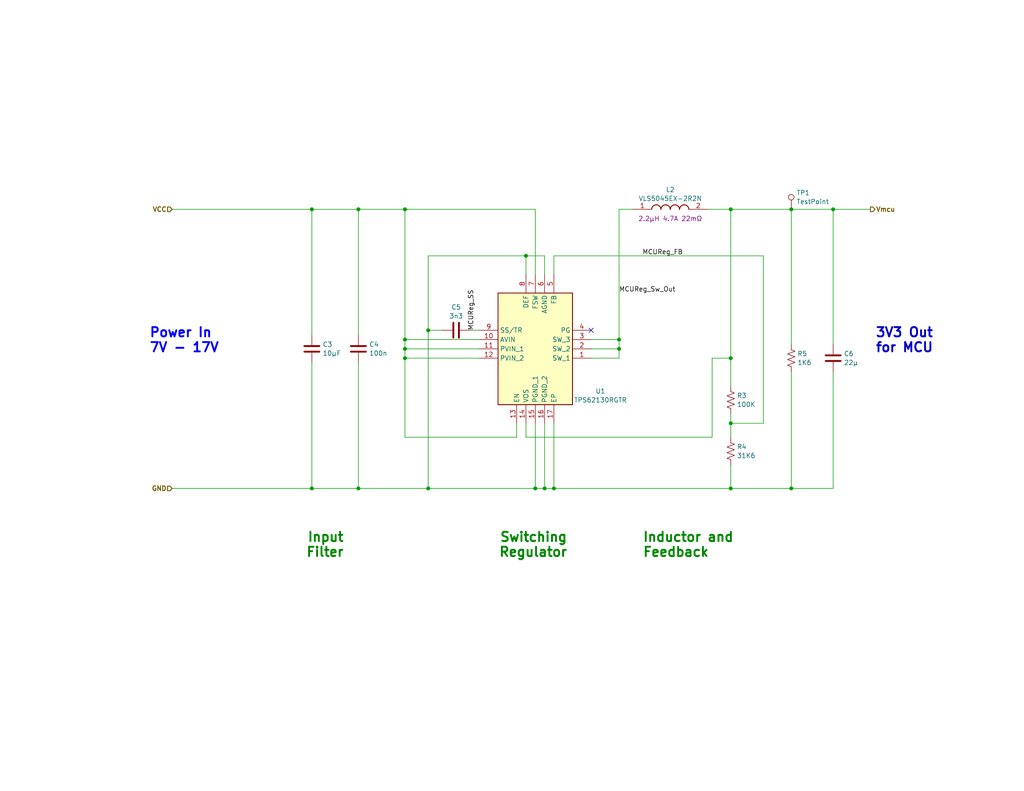
<source format=kicad_sch>
(kicad_sch (version 20230121) (generator eeschema)
  (paper "USLetter")
  (title_block (title "1016 Breadboard Power Supply - MCU Power Regulator") (date "2023-10-01") (rev "1") (company "Dan Wilson") (comment 1 "Copyright © 2023, Dan Wilson"))
  (lib_symbols
    (symbol "1016:TPS62130RGTR"
      (property "Reference" "U**" (at 26.67 17.78 0))
      (property "Value" "TPS62130RGTR" (at 26.67 15.24 0))
      (symbol "TPS62130RGTR_1_1"
        (rectangle (start 5.08 12.7) (end 25.4 -17.78) (stroke (width 0.254)) (fill (type background)))
        (pin passive line (at 0 0 0) (length 5.08) (name "SW_1") (number "1"))
        (pin passive line (at 30.48 -5.08 180) (length 5.08) (name "AVIN") (number "10"))
        (pin passive line (at 30.48 -2.54 180) (length 5.08) (name "PVIN_1") (number "11"))
        (pin passive line (at 30.48 0 180) (length 5.08) (name "PVIN_2") (number "12"))
        (pin passive line (at 20.32 17.78 270) (length 5.08) (name "EN") (number "13"))
        (pin passive line (at 17.78 17.78 270) (length 5.08) (name "VOS") (number "14"))
        (pin passive line (at 15.24 17.78 270) (length 5.08) (name "PGND_1") (number "15"))
        (pin passive line (at 12.7 17.78 270) (length 5.08) (name "PGND_2") (number "16"))
        (pin passive line (at 10.16 17.78 270) (length 5.08) (name "EP") (number "17"))
        (pin passive line (at 0 -2.54 0) (length 5.08) (name "SW_2") (number "2"))
        (pin passive line (at 0 -5.08 0) (length 5.08) (name "SW_3") (number "3"))
        (pin passive line (at 0 -7.62 0) (length 5.08) (name "PG") (number "4"))
        (pin passive line (at 10.16 -22.86 90) (length 5.08) (name "FB") (number "5"))
        (pin passive line (at 12.7 -22.86 90) (length 5.08) (name "AGND") (number "6"))
        (pin passive line (at 15.24 -22.86 90) (length 5.08) (name "FSW") (number "7"))
        (pin passive line (at 17.78 -22.86 90) (length 5.08) (name "DEF") (number "8"))
        (pin passive line (at 30.48 -7.62 180) (length 5.08) (name "SS/TR") (number "9"))
      )
    )
    (symbol "1016:VLS5045EX-2R2N" (pin_names hide)
      (property "Reference" "L" (at 16.51 6.35 0))
      (property "Value" "VLS5045EX-2R2N" (at 16.51 3.81 0))
      (symbol "VLS5045EX-2R2N_1_1"
        (arc (start 7.62 0) (mid 6.35 1.219) (end 5.08 0) (stroke (width 0.254)))
        (arc (start 10.16 0) (mid 8.89 1.219) (end 7.62 0) (stroke (width 0.254)))
        (arc (start 12.7 0) (mid 11.43 1.219) (end 10.16 0) (stroke (width 0.254)))
        (arc (start 15.24 0) (mid 13.97 1.219) (end 12.7 0) (stroke (width 0.254)))
        (pin passive line (at 0 0 0) (length 5.08) (name "1") (number "1"))
        (pin passive line (at 20.32 0 180) (length 5.08) (name "2") (number "2"))
      )
    )
    (symbol "Connector:TestPoint" (pin_numbers hide) (pin_names (offset 0.762) hide)
      (property "Reference" "TP" (at 0 6.858 0))
      (property "Value" "TestPoint" (at 0 5.08 0))
      (symbol "TestPoint_0_1"
        (circle (center 0 3.302) (radius 0.762))
      )
      (symbol "TestPoint_1_1"
        (pin passive line (at 0 0 90) (length 2.54) (name "1") (number "1"))
      )
    )
    (symbol "Device:C" (pin_numbers hide) (pin_names (offset 0.254))
      (property "Reference" "C" (at 0.635 2.54 0))
      (property "Value" "C" (at 0.635 -2.54 0))
      (symbol "C_0_1"
        (polyline (pts (xy -2.032 -0.762) (xy 2.032 -0.762)) (stroke (width 0.508)))
        (polyline (pts (xy -2.032 0.762) (xy 2.032 0.762)) (stroke (width 0.508)))
      )
      (symbol "C_1_1"
        (pin passive line (at 0 3.81 270) (length 2.794) (name "~") (number "1"))
        (pin passive line (at 0 -3.81 90) (length 2.794) (name "~") (number "2"))
      )
    )
    (symbol "Device:R_US" (pin_numbers hide) (pin_names (offset 0))
      (property "Reference" "R" (at 2.54 0 90))
      (property "Value" "R_US" (at -2.54 0 90))
      (symbol "R_US_0_1"
        (polyline (pts (xy 0 -2.286) (xy 0 -2.54)))
        (polyline (pts (xy 0 2.286) (xy 0 2.54)))
        (polyline (pts (xy 0 -0.762) (xy 1.016 -1.143) (xy 0 -1.524) (xy -1.016 -1.905) (xy 0 -2.286)))
        (polyline (pts (xy 0 0.762) (xy 1.016 0.381) (xy 0 0) (xy -1.016 -0.381) (xy 0 -0.762)))
        (polyline (pts (xy 0 2.286) (xy 1.016 1.905) (xy 0 1.524) (xy -1.016 1.143) (xy 0 0.762)))
      )
      (symbol "R_US_1_1"
        (pin passive line (at 0 3.81 270) (length 1.27) (name "~") (number "1"))
        (pin passive line (at 0 -3.81 90) (length 1.27) (name "~") (number "2"))
      )
    )
  )
  (junction (at 148.59 133.35))
  (junction (at 85.09 57.15))
  (junction (at 168.91 95.25))
  (junction (at 215.9 133.35))
  (junction (at 215.9 57.15))
  (junction (at 199.39 115.57))
  (junction (at 110.49 57.15))
  (junction (at 151.13 133.35))
  (junction (at 116.84 90.17))
  (junction (at 110.49 92.71))
  (junction (at 97.79 133.35))
  (junction (at 227.33 57.15))
  (junction (at 199.39 57.15))
  (junction (at 85.09 133.35))
  (junction (at 110.49 95.25))
  (junction (at 199.39 97.79))
  (junction (at 146.05 133.35))
  (junction (at 168.91 92.71))
  (junction (at 143.51 69.85))
  (junction (at 116.84 133.35))
  (junction (at 97.79 57.15))
  (junction (at 110.49 97.79))
  (junction (at 199.39 133.35))
  (no_connect (at 161.29 90.17))
  (wire (pts (xy 194.31 119.38) (xy 194.31 97.79)))
  (wire (pts (xy 116.84 90.17) (xy 116.84 133.35)))
  (wire (pts (xy 110.49 95.25) (xy 130.81 95.25)))
  (wire (pts (xy 143.51 74.93) (xy 143.51 69.85)))
  (wire (pts (xy 143.51 69.85) (xy 116.84 69.85)))
  (wire (pts (xy 215.9 133.35) (xy 227.33 133.35)))
  (wire (pts (xy 116.84 90.17) (xy 120.65 90.17)))
  (wire (pts (xy 215.9 57.15) (xy 227.33 57.15)))
  (wire (pts (xy 208.28 69.85) (xy 151.13 69.85)))
  (wire (pts (xy 199.39 97.79) (xy 194.31 97.79)))
  (wire (pts (xy 143.51 115.57) (xy 143.51 119.38)))
  (wire (pts (xy 151.13 69.85) (xy 151.13 74.93)))
  (wire (pts (xy 208.28 115.57) (xy 208.28 69.85)))
  (wire (pts (xy 227.33 93.98) (xy 227.33 57.15)))
  (wire (pts (xy 227.33 57.15) (xy 237.49 57.15)))
  (wire (pts (xy 199.39 115.57) (xy 208.28 115.57)))
  (wire (pts (xy 151.13 133.35) (xy 151.13 115.57)))
  (wire (pts (xy 199.39 133.35) (xy 151.13 133.35)))
  (wire (pts (xy 161.29 95.25) (xy 168.91 95.25)))
  (wire (pts (xy 110.49 92.71) (xy 110.49 57.15)))
  (wire (pts (xy 215.9 101.6) (xy 215.9 133.35)))
  (wire (pts (xy 140.97 119.38) (xy 110.49 119.38)))
  (wire (pts (xy 116.84 69.85) (xy 116.84 90.17)))
  (wire (pts (xy 168.91 57.15) (xy 168.91 92.71)))
  (wire (pts (xy 110.49 97.79) (xy 110.49 95.25)))
  (wire (pts (xy 110.49 57.15) (xy 97.79 57.15)))
  (wire (pts (xy 193.04 57.15) (xy 199.39 57.15)))
  (wire (pts (xy 146.05 57.15) (xy 110.49 57.15)))
  (wire (pts (xy 143.51 119.38) (xy 194.31 119.38)))
  (wire (pts (xy 146.05 133.35) (xy 148.59 133.35)))
  (wire (pts (xy 168.91 57.15) (xy 172.72 57.15)))
  (wire (pts (xy 199.39 115.57) (xy 199.39 119.38)))
  (wire (pts (xy 227.33 133.35) (xy 227.33 101.6)))
  (wire (pts (xy 130.81 97.79) (xy 110.49 97.79)))
  (wire (pts (xy 97.79 57.15) (xy 85.09 57.15)))
  (wire (pts (xy 128.27 90.17) (xy 130.81 90.17)))
  (wire (pts (xy 148.59 133.35) (xy 148.59 115.57)))
  (wire (pts (xy 146.05 115.57) (xy 146.05 133.35)))
  (wire (pts (xy 199.39 97.79) (xy 199.39 105.41)))
  (wire (pts (xy 140.97 115.57) (xy 140.97 119.38)))
  (wire (pts (xy 168.91 92.71) (xy 168.91 95.25)))
  (wire (pts (xy 168.91 95.25) (xy 168.91 97.79)))
  (wire (pts (xy 215.9 57.15) (xy 215.9 93.98)))
  (wire (pts (xy 97.79 99.06) (xy 97.79 133.35)))
  (wire (pts (xy 85.09 57.15) (xy 46.99 57.15)))
  (wire (pts (xy 110.49 95.25) (xy 110.49 92.71)))
  (wire (pts (xy 85.09 57.15) (xy 85.09 91.44)))
  (wire (pts (xy 110.49 119.38) (xy 110.49 97.79)))
  (wire (pts (xy 199.39 133.35) (xy 215.9 133.35)))
  (wire (pts (xy 148.59 69.85) (xy 143.51 69.85)))
  (wire (pts (xy 110.49 92.71) (xy 130.81 92.71)))
  (wire (pts (xy 146.05 74.93) (xy 146.05 57.15)))
  (wire (pts (xy 199.39 113.03) (xy 199.39 115.57)))
  (wire (pts (xy 199.39 127) (xy 199.39 133.35)))
  (wire (pts (xy 148.59 133.35) (xy 151.13 133.35)))
  (wire (pts (xy 116.84 133.35) (xy 146.05 133.35)))
  (wire (pts (xy 97.79 133.35) (xy 85.09 133.35)))
  (wire (pts (xy 116.84 133.35) (xy 97.79 133.35)))
  (wire (pts (xy 199.39 57.15) (xy 199.39 97.79)))
  (wire (pts (xy 161.29 97.79) (xy 168.91 97.79)))
  (wire (pts (xy 148.59 74.93) (xy 148.59 69.85)))
  (wire (pts (xy 199.39 57.15) (xy 215.9 57.15)))
  (wire (pts (xy 161.29 92.71) (xy 168.91 92.71)))
  (wire (pts (xy 85.09 133.35) (xy 46.99 133.35)))
  (wire (pts (xy 85.09 99.06) (xy 85.09 133.35)))
  (wire (pts (xy 97.79 57.15) (xy 97.79 91.44)))
  (text "3V3 Out\nfor MCU" (at 238.76 96.52 0) (effects (font (size 2.54 2.54) bold) (justify left bottom)))
  (text "Inductor and\nFeedback" (at 175.26 152.4 0) (effects (font (size 2.54 2.54) bold) (justify left bottom)))
  (text "Power In\n7V - 17V" (at 40.64 96.52 0) (effects (font (size 2.54 2.54) (thickness 0.508) bold) (justify left bottom)))
  (text "Switching\nRegulator" (at 154.94 152.4 0) (effects (font (size 2.54 2.54) bold) (justify right bottom)))
  (text "Input\nFilter" (at 93.98 152.4 0) (effects (font (size 2.54 2.54) bold) (justify right bottom)))
  (label "MCUReg_FB" (at 175.26 69.85 0))
  (label "MCUReg_SS" (at 129.54 90.17 90))
  (label "MCUReg_Sw_Out" (at 168.91 80.01 0))
  (hierarchical_label "VCC" (shape input) (at 46.99 57.15 180) (effects (font bold)))
  (hierarchical_label "Vmcu" (shape output) (at 237.49 57.15 0) (effects (font (thickness 0.254) bold)))
  (hierarchical_label "GND" (shape input) (at 46.99 133.35 180) (effects (font bold)))
  (symbol (lib_id "Device:C") (at 85.09 95.25 0) (unit 1)
    (property "Reference" "C3" (at 88.011 94.0379 0) (effects (justify left)))
    (property "Value" "10µF" (at 88.011 96.4621 0) (effects (justify left)))
    (property "Footprint" "Capacitor_SMD:C_0603_1608Metric" (effects hide))
    (property "Datasheet" "https://www.mouser.com/datasheet/2/585/MLCC-1837944.pdf" (effects hide))
    (property "Description" "Input Capacitor" (effects hide))
    (property "Height" "0.8" (effects hide))
    (property "LCSC Part Number" "C96446" (effects hide))
    (property "Manufacturer_Name" "Samsung" (effects hide))
    (property "Manufacturer_Part_Number" "CL10A106MA8NRNC" (effects hide))
    (property "Mouser Part Number" "187-CL10A106MA8NRNC" (effects hide))
    (property "Spec" "10µ 25V" (effects hide))
  )
  (symbol (lib_id "Device:R_US") (at 199.39 123.19 0) (unit 1)
    (property "Reference" "R4" (at 201.041 121.9779 0) (effects (justify left)))
    (property "Value" "31K6" (at 201.041 124.4021 0) (effects (justify left)))
    (property "Footprint" "Resistor_SMD:R_0603_1608Metric" (effects hide))
    (property "Datasheet" "https://www.mouser.com/datasheet/2/447/YAGEO_PYu_RC_Group_51_RoHS_L_12-3313492.pdf" (effects hide))
    (property "Description" "Feedback Rbot" (effects hide))
    (property "Height" "0.45" (effects hide))
    (property "LCSC Part Number" "C185339" (effects hide))
    (property "Manufacturer_Name" "Yageo" (effects hide))
    (property "Manufacturer_Part_Number" "RC0603FR-0731K6L" (effects hide))
    (property "Mouser Part Number" "603-RC0603FR-0731K6L" (effects hide))
    (property "Spec" "31K6 100mW" (effects hide))
  )
  (symbol (lib_id "Device:R_US") (at 199.39 109.22 0) (unit 1)
    (property "Reference" "R3" (at 201.041 108.0079 0) (effects (justify left)))
    (property "Value" "100K" (at 201.041 110.4321 0) (effects (justify left)))
    (property "Footprint" "Resistor_SMD:R_0603_1608Metric" (effects hide))
    (property "Datasheet" "https://www.mouser.com/datasheet/2/447/YAGEO_PYu_RC_Group_51_RoHS_L_12-3313492.pdf" (effects hide))
    (property "Description" "Feedback Rtop" (effects hide))
    (property "Height" "0.45" (effects hide))
    (property "LCSC Part Number" "C14675" (effects hide))
    (property "Manufacturer_Name" "Yageo" (effects hide))
    (property "Manufacturer_Part_Number" "RC0603FR-07100KL" (effects hide))
    (property "Mouser Part Number" "603-RC0603FR-07100KL" (effects hide))
    (property "Spec" "100K 100mW" (effects hide))
  )
  (symbol (lib_id "Device:C") (at 124.46 90.17 90) (unit 1)
    (property "Reference" "C5" (at 124.46 83.8667 90))
    (property "Value" "3n3" (at 124.46 86.2909 90))
    (property "Footprint" "Capacitor_SMD:C_0603_1608Metric" (effects hide))
    (property "Datasheet" "https://www.mouser.com/datasheet/2/447/UPY_NP0X5R_01005_4V_to_25V_V10-3003057.pdf" (effects hide))
    (property "Description" "Startup Capacitor" (effects hide))
    (property "Height" "0.8" (effects hide))
    (property "LCSC Part Number" "C519423" (effects hide))
    (property "Manufacturer_Name" "Yageo" (effects hide))
    (property "Manufacturer_Part_Number" "CC0603KRX7R8BB332" (effects hide))
    (property "Mouser Part Number" "603-CC0603KRX7R8BB332" (effects hide))
    (property "Spec" "3n3 25V" (effects hide))
  )
  (symbol (lib_id "Device:C") (at 227.33 97.79 0) (unit 1)
    (property "Reference" "C6" (at 230.251 96.5779 0) (effects (justify left)))
    (property "Value" "22µ" (at 230.251 99.0021 0) (effects (justify left)))
    (property "Footprint" "Capacitor_SMD:C_0603_1608Metric" (effects hide))
    (property "Datasheet" "https://www.mouser.com/ProductDetail/Samsung-Electro-Mechanics/CL10A226MQ8NRNE?qs=X6jEic%2FHinBWGhq5TM88TA%3D%3D" (effects hide))
    (property "Description" "Output Capacitor" (effects hide))
    (property "Height" "0.8" (effects hide))
    (property "LCSC Part Number" "C159801" (effects hide))
    (property "Manufacturer_Name" "Samsung" (effects hide))
    (property "Manufacturer_Part_Number" "CL10A226MQ8NRNE" (effects hide))
    (property "Mouser Part Number" "187-CL10A226MQ8NRNE" (effects hide))
    (property "Spec" "22µ 6V3" (effects hide))
  )
  (symbol (lib_id "1016:VLS5045EX-2R2N") (at 172.72 57.15 0) (unit 1)
    (property "Reference" "L2" (at 182.88 51.7867 0))
    (property "Value" "VLS5045EX-2R2N" (at 182.88 54.2109 0))
    (property "Footprint" "VLS5045EX330M" (effects hide))
    (property "Datasheet" "https://product.tdk.com/system/files/dam/doc/product/inductor/inductor/smd/catalog/inductor_commercial_power_vls5045ex_en.pdf" (effects hide))
    (property "Height" "4.5" (effects hide))
    (property "Manufacturer_Name" "TDK" (effects hide))
    (property "Manufacturer_Part_Number" "VLS5045EX-2R2N" (effects hide))
    (property "Mouser Part Number" "810-VLS5045EX-2R2N" (effects hide))
    (property "LCSC Part Number" "C434831" (effects hide))
    (property "Spec" "2.2µH 4.7A 22mΩ" (at 182.88 59.69 0))
  )
  (symbol (lib_id "Connector:TestPoint") (at 215.9 57.15 0) (unit 1) (in_bom no)
    (property "Reference" "TP1" (at 217.297 52.6359 0) (effects (justify left)))
    (property "Value" "TestPoint" (at 217.297 55.0601 0) (effects (justify left)))
    (property "Footprint" "TestPoint:TestPoint_THTPad_D1.0mm_Drill0.5mm" (effects hide))
    (instances (project "1016 Breadboard Power Supply" (path "" (reference "TP1") (unit 1)) (path "" (reference "TP2") (unit 1))))
  )
  (symbol (lib_id "Device:R_US") (at 215.9 97.79 180) (unit 1)
    (property "Reference" "R5" (at 217.551 96.5779 0) (effects (justify right)))
    (property "Value" "1K6" (at 217.551 99.0021 0) (effects (justify right)))
    (property "Footprint" "Resistor_SMD:R_0603_1608Metric" (effects hide))
    (property "Datasheet" "https://www.mouser.com/datasheet/2/447/YAGEO_PYu_RC_Group_51_RoHS_L_12-3313492.pdf" (effects hide))
    (property "Description" "Output Discharge Resistor" (effects hide))
    (property "Height" "0.45" (effects hide))
    (property "LCSC Part Number" "C165489" (effects hide))
    (property "Manufacturer_Name" "Yageo" (effects hide))
    (property "Manufacturer_Part_Number" "RC0603FR-071K6L" (effects hide))
    (property "Mouser Part Number" "603-RC0603FR-071K6L" (effects hide))
    (property "Spec" "1K6 100mW" (effects hide))
  )
  (symbol (lib_id "Device:C") (at 97.79 95.25 0) (unit 1)
    (property "Reference" "C4" (at 100.711 94.0379 0) (effects (justify left)))
    (property "Value" "100n" (at 100.711 96.4621 0) (effects (justify left)))
    (property "Footprint" "Capacitor_SMD:C_0603_1608Metric" (effects hide))
    (property "Datasheet" "https://www.mouser.com/datasheet/2/585/MLCC-1837944.pdf" (effects hide))
    (property "Description" "Bypass Capacitor" (effects hide))
    (property "Height" "0.8" (effects hide))
    (property "LCSC Part Number" "C1590" (effects hide))
    (property "Manufacturer_Name" "Samsung" (effects hide))
    (property "Manufacturer_Part_Number" "CL10B104KA8NNNC" (effects hide))
    (property "Mouser Part Number" "187-CL10B104KA8NNNC" (effects hide))
    (property "Spec" "100n 25V" (effects hide))
  )
  (symbol (lib_id "1016:TPS62130RGTR") (at 161.29 97.79 180) (unit 1)
    (property "Reference" "U1" (at 163.83 106.7958 0))
    (property "Value" "TPS62130RGTR" (at 163.83 109.22 0))
    (property "Footprint" "QFN50P300X300X100-17N-D" (effects hide))
    (property "Datasheet" "http://www.ti.com/lit/ds/symlink/tps62130.pdf" (effects hide))
    (property "Height" "1" (effects hide))
    (property "Manufacturer_Name" "Texas Instruments" (effects hide))
    (property "Manufacturer_Part_Number" "TPS62130RGTR" (effects hide))
    (property "Mouser Part Number" "595-TPS62130RGTR" (effects hide))
    (property "Description" "MCU Regulator" (effects hide))
    (property "LCSC Part Number" "C43590" (effects hide))
    (property "Spec" "2.5MHz Buck Reg" (effects hide))
  )
)
</source>
